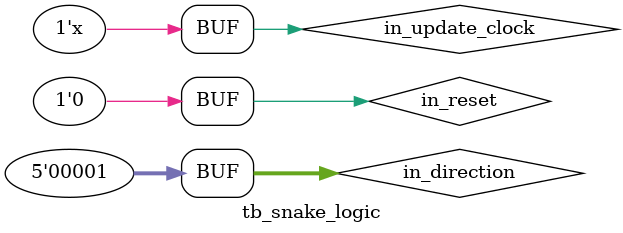
<source format=v>
`timescale 1ns / 1ps


module tb_snake_logic;

	// Inputs
	reg in_update_clock;
	reg in_reset;
	reg [4:0] in_direction;

	// Outputs
	wire [2549:0] out_snakeX;
	wire [2294:0] out_snakeY;

	// Instantiate the Unit Under Test (UUT)
	snake_logic uut (
		.in_update_clock(in_update_clock), 
		.in_reset(in_reset), 
		.in_direction(in_direction), 
		.out_snakeX(out_snakeX), 
		.out_snakeY(out_snakeY)
	);
    
    always #5 in_update_clock = ~in_update_clock;

	initial begin
		// Initialize Inputs
        in_update_clock = 0;
		in_reset = 1;
		in_direction = 0;

		// Wait 100 ns for global reset to finish
		#100;
        
		// Add stimulus here

        in_reset = 0;
        
        #50;
        
        in_direction = 5'b00010;
        
        #50;

        in_direction = 5'b10000;
        
        #50;
        
        in_direction = 5'b00001;

	end
      
endmodule


</source>
